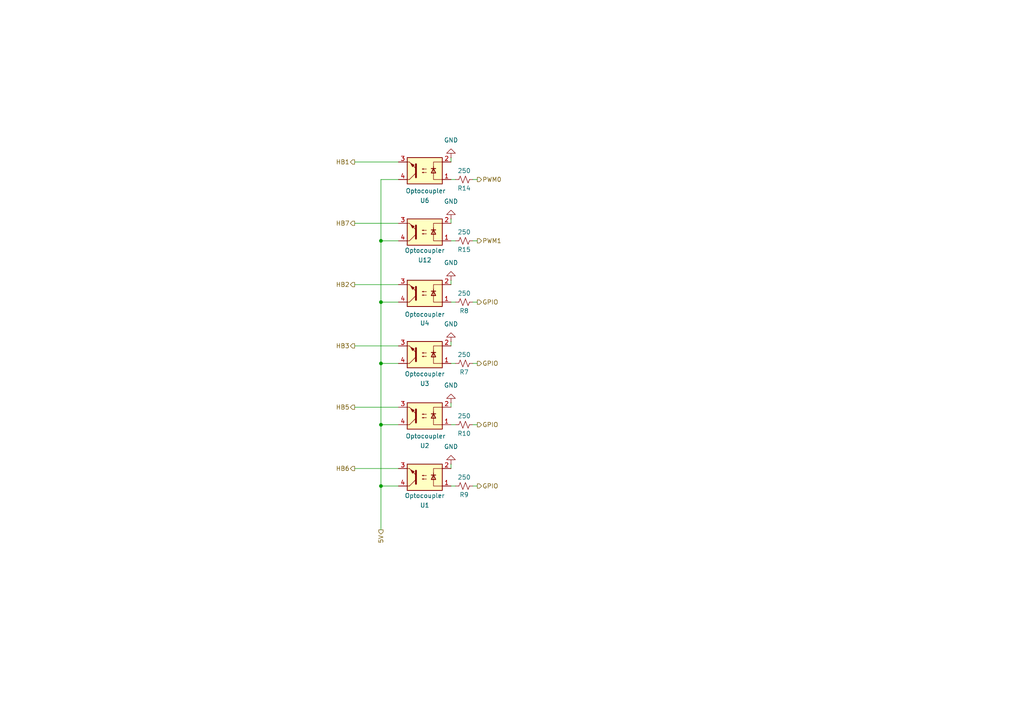
<source format=kicad_sch>
(kicad_sch
	(version 20250114)
	(generator "eeschema")
	(generator_version "9.0")
	(uuid "52e0458a-9e86-4a0a-b24a-54b0200ce383")
	(paper "A4")
	(lib_symbols
		(symbol "Device:R_Small_US"
			(pin_numbers
				(hide yes)
			)
			(pin_names
				(offset 0.254)
				(hide yes)
			)
			(exclude_from_sim no)
			(in_bom yes)
			(on_board yes)
			(property "Reference" "R"
				(at 0.762 0.508 0)
				(effects
					(font
						(size 1.27 1.27)
					)
					(justify left)
				)
			)
			(property "Value" "R_Small_US"
				(at 0.762 -1.016 0)
				(effects
					(font
						(size 1.27 1.27)
					)
					(justify left)
				)
			)
			(property "Footprint" ""
				(at 0 0 0)
				(effects
					(font
						(size 1.27 1.27)
					)
					(hide yes)
				)
			)
			(property "Datasheet" "~"
				(at 0 0 0)
				(effects
					(font
						(size 1.27 1.27)
					)
					(hide yes)
				)
			)
			(property "Description" "Resistor, small US symbol"
				(at 0 0 0)
				(effects
					(font
						(size 1.27 1.27)
					)
					(hide yes)
				)
			)
			(property "ki_keywords" "r resistor"
				(at 0 0 0)
				(effects
					(font
						(size 1.27 1.27)
					)
					(hide yes)
				)
			)
			(property "ki_fp_filters" "R_*"
				(at 0 0 0)
				(effects
					(font
						(size 1.27 1.27)
					)
					(hide yes)
				)
			)
			(symbol "R_Small_US_1_1"
				(polyline
					(pts
						(xy 0 1.524) (xy 1.016 1.143) (xy 0 0.762) (xy -1.016 0.381) (xy 0 0)
					)
					(stroke
						(width 0)
						(type default)
					)
					(fill
						(type none)
					)
				)
				(polyline
					(pts
						(xy 0 0) (xy 1.016 -0.381) (xy 0 -0.762) (xy -1.016 -1.143) (xy 0 -1.524)
					)
					(stroke
						(width 0)
						(type default)
					)
					(fill
						(type none)
					)
				)
				(pin passive line
					(at 0 2.54 270)
					(length 1.016)
					(name "~"
						(effects
							(font
								(size 1.27 1.27)
							)
						)
					)
					(number "1"
						(effects
							(font
								(size 1.27 1.27)
							)
						)
					)
				)
				(pin passive line
					(at 0 -2.54 90)
					(length 1.016)
					(name "~"
						(effects
							(font
								(size 1.27 1.27)
							)
						)
					)
					(number "2"
						(effects
							(font
								(size 1.27 1.27)
							)
						)
					)
				)
			)
			(embedded_fonts no)
		)
		(symbol "Isolator:Optocoupler_DC_PhotoNPN_AKEC"
			(exclude_from_sim no)
			(in_bom yes)
			(on_board yes)
			(property "Reference" "U"
				(at -5.08 5.08 0)
				(effects
					(font
						(size 1.27 1.27)
					)
					(justify left)
				)
			)
			(property "Value" "Optocoupler_DC_PhotoNPN_AKEC"
				(at 0 5.08 0)
				(effects
					(font
						(size 1.27 1.27)
					)
					(justify left)
				)
			)
			(property "Footprint" ""
				(at -5.08 -5.08 0)
				(effects
					(font
						(size 1.27 1.27)
						(italic yes)
					)
					(justify left)
					(hide yes)
				)
			)
			(property "Datasheet" "~"
				(at 0 0 0)
				(effects
					(font
						(size 1.27 1.27)
					)
					(justify left)
					(hide yes)
				)
			)
			(property "Description" "Generic DC optocoupler with NPN phototransistor output, pins order: anode/cathode/emitter/collector"
				(at 0 0 0)
				(effects
					(font
						(size 1.27 1.27)
					)
					(hide yes)
				)
			)
			(property "ki_keywords" "NPN DC Optocoupler"
				(at 0 0 0)
				(effects
					(font
						(size 1.27 1.27)
					)
					(hide yes)
				)
			)
			(property "ki_fp_filters" "DIP*W7.62mm*"
				(at 0 0 0)
				(effects
					(font
						(size 1.27 1.27)
					)
					(hide yes)
				)
			)
			(symbol "Optocoupler_DC_PhotoNPN_AKEC_0_1"
				(rectangle
					(start -5.08 3.81)
					(end 5.08 -3.81)
					(stroke
						(width 0.254)
						(type default)
					)
					(fill
						(type background)
					)
				)
				(polyline
					(pts
						(xy -5.08 2.54) (xy -2.54 2.54) (xy -2.54 -1.27) (xy -2.54 0.635)
					)
					(stroke
						(width 0)
						(type default)
					)
					(fill
						(type none)
					)
				)
				(polyline
					(pts
						(xy -3.175 -0.635) (xy -1.905 -0.635)
					)
					(stroke
						(width 0.254)
						(type default)
					)
					(fill
						(type none)
					)
				)
				(polyline
					(pts
						(xy -2.54 -0.635) (xy -2.54 -2.54) (xy -5.08 -2.54)
					)
					(stroke
						(width 0)
						(type default)
					)
					(fill
						(type none)
					)
				)
				(polyline
					(pts
						(xy -2.54 -0.635) (xy -3.175 0.635) (xy -1.905 0.635) (xy -2.54 -0.635)
					)
					(stroke
						(width 0.254)
						(type default)
					)
					(fill
						(type none)
					)
				)
				(polyline
					(pts
						(xy -0.508 0.508) (xy 0.762 0.508) (xy 0.381 0.381) (xy 0.381 0.635) (xy 0.762 0.508)
					)
					(stroke
						(width 0)
						(type default)
					)
					(fill
						(type none)
					)
				)
				(polyline
					(pts
						(xy -0.508 -0.508) (xy 0.762 -0.508) (xy 0.381 -0.635) (xy 0.381 -0.381) (xy 0.762 -0.508)
					)
					(stroke
						(width 0)
						(type default)
					)
					(fill
						(type none)
					)
				)
				(polyline
					(pts
						(xy 2.54 1.905) (xy 2.54 -1.905)
					)
					(stroke
						(width 0.508)
						(type default)
					)
					(fill
						(type none)
					)
				)
				(polyline
					(pts
						(xy 2.54 0.635) (xy 4.445 2.54)
					)
					(stroke
						(width 0)
						(type default)
					)
					(fill
						(type none)
					)
				)
				(polyline
					(pts
						(xy 3.048 -1.651) (xy 3.556 -1.143) (xy 4.064 -2.159) (xy 3.048 -1.651)
					)
					(stroke
						(width 0)
						(type default)
					)
					(fill
						(type outline)
					)
				)
				(polyline
					(pts
						(xy 4.445 2.54) (xy 5.08 2.54)
					)
					(stroke
						(width 0)
						(type default)
					)
					(fill
						(type none)
					)
				)
				(polyline
					(pts
						(xy 4.445 -2.54) (xy 2.54 -0.635)
					)
					(stroke
						(width 0)
						(type default)
					)
					(fill
						(type outline)
					)
				)
				(polyline
					(pts
						(xy 4.445 -2.54) (xy 5.08 -2.54)
					)
					(stroke
						(width 0)
						(type default)
					)
					(fill
						(type none)
					)
				)
			)
			(symbol "Optocoupler_DC_PhotoNPN_AKEC_1_1"
				(pin passive line
					(at -7.62 2.54 0)
					(length 2.54)
					(name "~"
						(effects
							(font
								(size 1.27 1.27)
							)
						)
					)
					(number "1"
						(effects
							(font
								(size 1.27 1.27)
							)
						)
					)
				)
				(pin passive line
					(at -7.62 -2.54 0)
					(length 2.54)
					(name "~"
						(effects
							(font
								(size 1.27 1.27)
							)
						)
					)
					(number "2"
						(effects
							(font
								(size 1.27 1.27)
							)
						)
					)
				)
				(pin passive line
					(at 7.62 2.54 180)
					(length 2.54)
					(name "~"
						(effects
							(font
								(size 1.27 1.27)
							)
						)
					)
					(number "4"
						(effects
							(font
								(size 1.27 1.27)
							)
						)
					)
				)
				(pin passive line
					(at 7.62 -2.54 180)
					(length 2.54)
					(name "~"
						(effects
							(font
								(size 1.27 1.27)
							)
						)
					)
					(number "3"
						(effects
							(font
								(size 1.27 1.27)
							)
						)
					)
				)
			)
			(embedded_fonts no)
		)
		(symbol "power:GND"
			(power)
			(pin_numbers
				(hide yes)
			)
			(pin_names
				(offset 0)
				(hide yes)
			)
			(exclude_from_sim no)
			(in_bom yes)
			(on_board yes)
			(property "Reference" "#PWR"
				(at 0 -6.35 0)
				(effects
					(font
						(size 1.27 1.27)
					)
					(hide yes)
				)
			)
			(property "Value" "GND"
				(at 0 -3.81 0)
				(effects
					(font
						(size 1.27 1.27)
					)
				)
			)
			(property "Footprint" ""
				(at 0 0 0)
				(effects
					(font
						(size 1.27 1.27)
					)
					(hide yes)
				)
			)
			(property "Datasheet" ""
				(at 0 0 0)
				(effects
					(font
						(size 1.27 1.27)
					)
					(hide yes)
				)
			)
			(property "Description" "Power symbol creates a global label with name \"GND\" , ground"
				(at 0 0 0)
				(effects
					(font
						(size 1.27 1.27)
					)
					(hide yes)
				)
			)
			(property "ki_keywords" "global power"
				(at 0 0 0)
				(effects
					(font
						(size 1.27 1.27)
					)
					(hide yes)
				)
			)
			(symbol "GND_0_1"
				(polyline
					(pts
						(xy 0 0) (xy 0 -1.27) (xy 1.27 -1.27) (xy 0 -2.54) (xy -1.27 -1.27) (xy 0 -1.27)
					)
					(stroke
						(width 0)
						(type default)
					)
					(fill
						(type none)
					)
				)
			)
			(symbol "GND_1_1"
				(pin power_in line
					(at 0 0 270)
					(length 0)
					(name "~"
						(effects
							(font
								(size 1.27 1.27)
							)
						)
					)
					(number "1"
						(effects
							(font
								(size 1.27 1.27)
							)
						)
					)
				)
			)
			(embedded_fonts no)
		)
	)
	(junction
		(at 110.49 69.85)
		(diameter 0)
		(color 0 0 0 0)
		(uuid "1cc44697-3d0b-4273-8aee-d9e085dc7b04")
	)
	(junction
		(at 110.49 123.19)
		(diameter 0)
		(color 0 0 0 0)
		(uuid "62c81123-7e07-4c3f-a83d-8848bb76b9a2")
	)
	(junction
		(at 110.49 87.63)
		(diameter 0)
		(color 0 0 0 0)
		(uuid "6d3deba6-5193-4e98-863d-6f4200b3bdd5")
	)
	(junction
		(at 110.49 140.97)
		(diameter 0)
		(color 0 0 0 0)
		(uuid "7be48bd6-2ddd-40bc-89e4-569c9d7b091b")
	)
	(junction
		(at 110.49 105.41)
		(diameter 0)
		(color 0 0 0 0)
		(uuid "92f1e0b5-92fd-4578-9d6f-28d9923b947e")
	)
	(wire
		(pts
			(xy 102.87 118.11) (xy 115.57 118.11)
		)
		(stroke
			(width 0)
			(type default)
		)
		(uuid "1ab07b06-99c0-4109-819a-4723f21dcbb6")
	)
	(wire
		(pts
			(xy 110.49 87.63) (xy 115.57 87.63)
		)
		(stroke
			(width 0)
			(type default)
		)
		(uuid "2768dcfd-cf2b-49d4-b41b-f07b72b32ddb")
	)
	(wire
		(pts
			(xy 110.49 69.85) (xy 115.57 69.85)
		)
		(stroke
			(width 0)
			(type default)
		)
		(uuid "3373f955-a772-4d4a-a393-5b56c74613c6")
	)
	(wire
		(pts
			(xy 110.49 69.85) (xy 110.49 87.63)
		)
		(stroke
			(width 0)
			(type default)
		)
		(uuid "3a777635-0566-40e9-b3d6-12b5a720e82e")
	)
	(wire
		(pts
			(xy 110.49 123.19) (xy 110.49 140.97)
		)
		(stroke
			(width 0)
			(type default)
		)
		(uuid "3f2313b2-cce9-418d-a57f-94a942cecad0")
	)
	(wire
		(pts
			(xy 102.87 100.33) (xy 115.57 100.33)
		)
		(stroke
			(width 0)
			(type default)
		)
		(uuid "4313e87f-01ee-4db2-9748-6a77920d1b3e")
	)
	(wire
		(pts
			(xy 138.43 52.07) (xy 137.16 52.07)
		)
		(stroke
			(width 0)
			(type default)
		)
		(uuid "51039744-a583-487f-b2a2-8653c8bc4302")
	)
	(wire
		(pts
			(xy 110.49 105.41) (xy 110.49 123.19)
		)
		(stroke
			(width 0)
			(type default)
		)
		(uuid "522bafad-54b2-40e5-a0c6-f53b42acd80e")
	)
	(wire
		(pts
			(xy 110.49 140.97) (xy 115.57 140.97)
		)
		(stroke
			(width 0)
			(type default)
		)
		(uuid "5399f78d-ee0d-4975-9ed3-247fcdf15fc3")
	)
	(wire
		(pts
			(xy 102.87 135.89) (xy 115.57 135.89)
		)
		(stroke
			(width 0)
			(type default)
		)
		(uuid "540d1391-c606-4f15-9776-d9074c9ce7b1")
	)
	(wire
		(pts
			(xy 132.08 123.19) (xy 130.81 123.19)
		)
		(stroke
			(width 0)
			(type default)
		)
		(uuid "5c65f4d4-779b-4546-a9e7-f2398dc78563")
	)
	(wire
		(pts
			(xy 138.43 69.85) (xy 137.16 69.85)
		)
		(stroke
			(width 0)
			(type default)
		)
		(uuid "5cc13b68-5196-4a5b-abe9-fec449b1f03f")
	)
	(wire
		(pts
			(xy 130.81 82.55) (xy 130.81 81.28)
		)
		(stroke
			(width 0)
			(type default)
		)
		(uuid "5df01958-0d83-40b0-9c2d-2db496980f3e")
	)
	(wire
		(pts
			(xy 130.81 118.11) (xy 130.81 116.84)
		)
		(stroke
			(width 0)
			(type default)
		)
		(uuid "6009ffdf-af91-4148-ab66-68adad676ab6")
	)
	(wire
		(pts
			(xy 130.81 135.89) (xy 130.81 134.62)
		)
		(stroke
			(width 0)
			(type default)
		)
		(uuid "732b8450-253e-4b1f-b172-6193a3547700")
	)
	(wire
		(pts
			(xy 132.08 69.85) (xy 130.81 69.85)
		)
		(stroke
			(width 0)
			(type default)
		)
		(uuid "7409c835-aa86-4c37-af9f-01f4727509df")
	)
	(wire
		(pts
			(xy 130.81 64.77) (xy 130.81 63.5)
		)
		(stroke
			(width 0)
			(type default)
		)
		(uuid "74dcafef-c031-44ec-8441-0ad70ea27aa2")
	)
	(wire
		(pts
			(xy 132.08 140.97) (xy 130.81 140.97)
		)
		(stroke
			(width 0)
			(type default)
		)
		(uuid "754c316c-31ff-4047-8bf9-e6a4d72d3949")
	)
	(wire
		(pts
			(xy 132.08 87.63) (xy 130.81 87.63)
		)
		(stroke
			(width 0)
			(type default)
		)
		(uuid "7d20e257-40a0-4417-95f0-b365a4e37a98")
	)
	(wire
		(pts
			(xy 102.87 46.99) (xy 115.57 46.99)
		)
		(stroke
			(width 0)
			(type default)
		)
		(uuid "7d429209-0e29-4d5f-9b8a-03fd4487dbd2")
	)
	(wire
		(pts
			(xy 110.49 105.41) (xy 115.57 105.41)
		)
		(stroke
			(width 0)
			(type default)
		)
		(uuid "80936dce-7f20-4d77-977f-d72ba01fa1ec")
	)
	(wire
		(pts
			(xy 115.57 52.07) (xy 110.49 52.07)
		)
		(stroke
			(width 0)
			(type default)
		)
		(uuid "89b5a34c-0301-46bf-b9f2-84c12b3472c7")
	)
	(wire
		(pts
			(xy 102.87 64.77) (xy 115.57 64.77)
		)
		(stroke
			(width 0)
			(type default)
		)
		(uuid "9032f5ff-f2ec-410a-ae03-59447e1078a3")
	)
	(wire
		(pts
			(xy 102.87 82.55) (xy 115.57 82.55)
		)
		(stroke
			(width 0)
			(type default)
		)
		(uuid "a622b444-6605-4c18-ad2f-04ae446e0c60")
	)
	(wire
		(pts
			(xy 130.81 46.99) (xy 130.81 45.72)
		)
		(stroke
			(width 0)
			(type default)
		)
		(uuid "aef53ee2-fb96-45cf-935e-0ca4581aab32")
	)
	(wire
		(pts
			(xy 110.49 123.19) (xy 115.57 123.19)
		)
		(stroke
			(width 0)
			(type default)
		)
		(uuid "b7844569-223e-4f69-8619-3f87b4ec2893")
	)
	(wire
		(pts
			(xy 132.08 52.07) (xy 130.81 52.07)
		)
		(stroke
			(width 0)
			(type default)
		)
		(uuid "ba5c69d7-9570-40d7-bb9d-8e10df4510ca")
	)
	(wire
		(pts
			(xy 132.08 105.41) (xy 130.81 105.41)
		)
		(stroke
			(width 0)
			(type default)
		)
		(uuid "c5b94bfa-7cc9-4b98-9560-28ea7e1e6439")
	)
	(wire
		(pts
			(xy 138.43 140.97) (xy 137.16 140.97)
		)
		(stroke
			(width 0)
			(type default)
		)
		(uuid "cb1aa031-c8a9-4057-b634-c5cafac70e62")
	)
	(wire
		(pts
			(xy 138.43 105.41) (xy 137.16 105.41)
		)
		(stroke
			(width 0)
			(type default)
		)
		(uuid "d1e0136a-b8ac-45dc-82ea-ab50acf32be1")
	)
	(wire
		(pts
			(xy 110.49 87.63) (xy 110.49 105.41)
		)
		(stroke
			(width 0)
			(type default)
		)
		(uuid "d9b87596-f028-46f6-9960-f308c172b504")
	)
	(wire
		(pts
			(xy 138.43 123.19) (xy 137.16 123.19)
		)
		(stroke
			(width 0)
			(type default)
		)
		(uuid "dd4ef2ae-da9f-4c2e-a7d6-2d1cada89e48")
	)
	(wire
		(pts
			(xy 110.49 140.97) (xy 110.49 153.67)
		)
		(stroke
			(width 0)
			(type default)
		)
		(uuid "dd84ae14-8217-4c9f-bd08-45ee6c4878be")
	)
	(wire
		(pts
			(xy 130.81 100.33) (xy 130.81 99.06)
		)
		(stroke
			(width 0)
			(type default)
		)
		(uuid "e2ad0be9-9443-42b6-a115-0922f0de694b")
	)
	(wire
		(pts
			(xy 138.43 87.63) (xy 137.16 87.63)
		)
		(stroke
			(width 0)
			(type default)
		)
		(uuid "f317e3db-074b-4d63-8a5c-95aace09bd7c")
	)
	(wire
		(pts
			(xy 110.49 52.07) (xy 110.49 69.85)
		)
		(stroke
			(width 0)
			(type default)
		)
		(uuid "f5e7f295-26cb-4330-a2bb-f2eda0e4ca58")
	)
	(hierarchical_label "PWM0"
		(shape output)
		(at 138.43 52.07 0)
		(effects
			(font
				(size 1.27 1.27)
			)
			(justify left)
		)
		(uuid "1608f4a3-3175-45ab-bd01-d4040ad43b86")
	)
	(hierarchical_label "HB1"
		(shape output)
		(at 102.87 46.99 180)
		(effects
			(font
				(size 1.27 1.27)
			)
			(justify right)
		)
		(uuid "183e05db-8700-4dca-a41a-66d8f462a9c2")
	)
	(hierarchical_label "HB7"
		(shape output)
		(at 102.87 64.77 180)
		(effects
			(font
				(size 1.27 1.27)
			)
			(justify right)
		)
		(uuid "1cda3c2a-8a42-4cf5-bf3d-6d8f7d77fdeb")
	)
	(hierarchical_label "GPIO"
		(shape output)
		(at 138.43 87.63 0)
		(effects
			(font
				(size 1.27 1.27)
			)
			(justify left)
		)
		(uuid "66c9f875-c015-4206-bee1-5e71c080c412")
	)
	(hierarchical_label "GPIO"
		(shape output)
		(at 138.43 105.41 0)
		(effects
			(font
				(size 1.27 1.27)
			)
			(justify left)
		)
		(uuid "7240e56a-1903-4ead-a2f2-009d23266cf6")
	)
	(hierarchical_label "HB2"
		(shape output)
		(at 102.87 82.55 180)
		(effects
			(font
				(size 1.27 1.27)
			)
			(justify right)
		)
		(uuid "86f03372-133d-461e-a0b7-cc403ff5e858")
	)
	(hierarchical_label "HB6"
		(shape output)
		(at 102.87 135.89 180)
		(effects
			(font
				(size 1.27 1.27)
			)
			(justify right)
		)
		(uuid "890070ee-049a-48dc-973c-32a2af05a43a")
	)
	(hierarchical_label "HB3"
		(shape output)
		(at 102.87 100.33 180)
		(effects
			(font
				(size 1.27 1.27)
			)
			(justify right)
		)
		(uuid "90b66114-a182-4681-bfc6-e0f1782f28e9")
	)
	(hierarchical_label "HB5"
		(shape output)
		(at 102.87 118.11 180)
		(effects
			(font
				(size 1.27 1.27)
			)
			(justify right)
		)
		(uuid "93f1c527-4a07-4791-a5d5-23e5b4876f50")
	)
	(hierarchical_label "GPIO"
		(shape output)
		(at 138.43 140.97 0)
		(effects
			(font
				(size 1.27 1.27)
			)
			(justify left)
		)
		(uuid "e7a54968-1bf0-4fd7-97ed-8748f26f9d3e")
	)
	(hierarchical_label "PWM1"
		(shape output)
		(at 138.43 69.85 0)
		(effects
			(font
				(size 1.27 1.27)
			)
			(justify left)
		)
		(uuid "eec77117-e15d-4c60-a0ba-90daad118156")
	)
	(hierarchical_label "GPIO"
		(shape output)
		(at 138.43 123.19 0)
		(effects
			(font
				(size 1.27 1.27)
			)
			(justify left)
		)
		(uuid "f2385799-7814-4cb9-805f-4a14d8969b60")
	)
	(hierarchical_label "5V"
		(shape output)
		(at 110.49 153.67 270)
		(effects
			(font
				(size 1.27 1.27)
			)
			(justify right)
		)
		(uuid "f5fbe597-0530-45af-94ac-fe14a69a63fb")
	)
	(symbol
		(lib_id "power:GND")
		(at 130.81 116.84 180)
		(unit 1)
		(exclude_from_sim no)
		(in_bom yes)
		(on_board yes)
		(dnp no)
		(fields_autoplaced yes)
		(uuid "0707ceb4-02b1-4540-b207-fb708899eeaf")
		(property "Reference" "#PWR045"
			(at 130.81 110.49 0)
			(effects
				(font
					(size 1.27 1.27)
				)
				(hide yes)
			)
		)
		(property "Value" "GND"
			(at 130.81 111.76 0)
			(effects
				(font
					(size 1.27 1.27)
				)
			)
		)
		(property "Footprint" ""
			(at 130.81 116.84 0)
			(effects
				(font
					(size 1.27 1.27)
				)
				(hide yes)
			)
		)
		(property "Datasheet" ""
			(at 130.81 116.84 0)
			(effects
				(font
					(size 1.27 1.27)
				)
				(hide yes)
			)
		)
		(property "Description" "Power symbol creates a global label with name \"GND\" , ground"
			(at 130.81 116.84 0)
			(effects
				(font
					(size 1.27 1.27)
				)
				(hide yes)
			)
		)
		(pin "1"
			(uuid "b40b6987-249c-4acc-b78a-e1014af3cf0a")
		)
		(instances
			(project "Basic Power Distribution"
				(path "/806c945d-80a3-4a32-a262-566a8b69f4ec/8354a627-246b-443a-8834-533f7c9d0f8f"
					(reference "#PWR045")
					(unit 1)
				)
			)
		)
	)
	(symbol
		(lib_id "power:GND")
		(at 130.81 63.5 180)
		(unit 1)
		(exclude_from_sim no)
		(in_bom yes)
		(on_board yes)
		(dnp no)
		(fields_autoplaced yes)
		(uuid "1c5bc7dc-967c-4db9-832c-057589506da9")
		(property "Reference" "#PWR055"
			(at 130.81 57.15 0)
			(effects
				(font
					(size 1.27 1.27)
				)
				(hide yes)
			)
		)
		(property "Value" "GND"
			(at 130.81 58.42 0)
			(effects
				(font
					(size 1.27 1.27)
				)
			)
		)
		(property "Footprint" ""
			(at 130.81 63.5 0)
			(effects
				(font
					(size 1.27 1.27)
				)
				(hide yes)
			)
		)
		(property "Datasheet" ""
			(at 130.81 63.5 0)
			(effects
				(font
					(size 1.27 1.27)
				)
				(hide yes)
			)
		)
		(property "Description" "Power symbol creates a global label with name \"GND\" , ground"
			(at 130.81 63.5 0)
			(effects
				(font
					(size 1.27 1.27)
				)
				(hide yes)
			)
		)
		(pin "1"
			(uuid "2d2772c5-1a1b-4fce-b78b-5db5adcd0363")
		)
		(instances
			(project "Basic Power Distribution"
				(path "/806c945d-80a3-4a32-a262-566a8b69f4ec/8354a627-246b-443a-8834-533f7c9d0f8f"
					(reference "#PWR055")
					(unit 1)
				)
			)
		)
	)
	(symbol
		(lib_id "Device:R_Small_US")
		(at 134.62 123.19 90)
		(unit 1)
		(exclude_from_sim no)
		(in_bom yes)
		(on_board yes)
		(dnp no)
		(uuid "1f01b049-90d6-4f43-8a2f-0ffd0b023511")
		(property "Reference" "R10"
			(at 134.62 125.73 90)
			(effects
				(font
					(size 1.27 1.27)
				)
			)
		)
		(property "Value" "250"
			(at 134.62 120.65 90)
			(effects
				(font
					(size 1.27 1.27)
				)
			)
		)
		(property "Footprint" ""
			(at 134.62 123.19 0)
			(effects
				(font
					(size 1.27 1.27)
				)
				(hide yes)
			)
		)
		(property "Datasheet" "~"
			(at 134.62 123.19 0)
			(effects
				(font
					(size 1.27 1.27)
				)
				(hide yes)
			)
		)
		(property "Description" "Resistor, small US symbol"
			(at 134.62 123.19 0)
			(effects
				(font
					(size 1.27 1.27)
				)
				(hide yes)
			)
		)
		(pin "2"
			(uuid "25d9bc66-77b7-4b51-98a7-fdc23360f236")
		)
		(pin "1"
			(uuid "49f48d6b-152d-4ecb-a261-e6e2d84149fe")
		)
		(instances
			(project "Basic Power Distribution"
				(path "/806c945d-80a3-4a32-a262-566a8b69f4ec/8354a627-246b-443a-8834-533f7c9d0f8f"
					(reference "R10")
					(unit 1)
				)
			)
		)
	)
	(symbol
		(lib_id "Device:R_Small_US")
		(at 134.62 87.63 90)
		(unit 1)
		(exclude_from_sim no)
		(in_bom yes)
		(on_board yes)
		(dnp no)
		(uuid "3147c751-16b2-453c-bd8a-43c287938d17")
		(property "Reference" "R8"
			(at 134.62 90.17 90)
			(effects
				(font
					(size 1.27 1.27)
				)
			)
		)
		(property "Value" "250"
			(at 134.62 85.09 90)
			(effects
				(font
					(size 1.27 1.27)
				)
			)
		)
		(property "Footprint" ""
			(at 134.62 87.63 0)
			(effects
				(font
					(size 1.27 1.27)
				)
				(hide yes)
			)
		)
		(property "Datasheet" "~"
			(at 134.62 87.63 0)
			(effects
				(font
					(size 1.27 1.27)
				)
				(hide yes)
			)
		)
		(property "Description" "Resistor, small US symbol"
			(at 134.62 87.63 0)
			(effects
				(font
					(size 1.27 1.27)
				)
				(hide yes)
			)
		)
		(pin "2"
			(uuid "3ee423d9-4332-432e-80be-a583bd5d484c")
		)
		(pin "1"
			(uuid "2076319d-df48-4507-b502-3b7835b09b97")
		)
		(instances
			(project "Basic Power Distribution"
				(path "/806c945d-80a3-4a32-a262-566a8b69f4ec/8354a627-246b-443a-8834-533f7c9d0f8f"
					(reference "R8")
					(unit 1)
				)
			)
		)
	)
	(symbol
		(lib_id "power:GND")
		(at 130.81 99.06 180)
		(unit 1)
		(exclude_from_sim no)
		(in_bom yes)
		(on_board yes)
		(dnp no)
		(fields_autoplaced yes)
		(uuid "3b6f62eb-3197-429d-a082-844de57194b6")
		(property "Reference" "#PWR042"
			(at 130.81 92.71 0)
			(effects
				(font
					(size 1.27 1.27)
				)
				(hide yes)
			)
		)
		(property "Value" "GND"
			(at 130.81 93.98 0)
			(effects
				(font
					(size 1.27 1.27)
				)
			)
		)
		(property "Footprint" ""
			(at 130.81 99.06 0)
			(effects
				(font
					(size 1.27 1.27)
				)
				(hide yes)
			)
		)
		(property "Datasheet" ""
			(at 130.81 99.06 0)
			(effects
				(font
					(size 1.27 1.27)
				)
				(hide yes)
			)
		)
		(property "Description" "Power symbol creates a global label with name \"GND\" , ground"
			(at 130.81 99.06 0)
			(effects
				(font
					(size 1.27 1.27)
				)
				(hide yes)
			)
		)
		(pin "1"
			(uuid "a6db60a7-9d28-467a-992b-8fa85bc5b896")
		)
		(instances
			(project "Basic Power Distribution"
				(path "/806c945d-80a3-4a32-a262-566a8b69f4ec/8354a627-246b-443a-8834-533f7c9d0f8f"
					(reference "#PWR042")
					(unit 1)
				)
			)
		)
	)
	(symbol
		(lib_id "Device:R_Small_US")
		(at 134.62 52.07 90)
		(unit 1)
		(exclude_from_sim no)
		(in_bom yes)
		(on_board yes)
		(dnp no)
		(uuid "4fe5dcf7-e6de-487d-b386-f40dab177533")
		(property "Reference" "R14"
			(at 134.62 54.61 90)
			(effects
				(font
					(size 1.27 1.27)
				)
			)
		)
		(property "Value" "250"
			(at 134.62 49.53 90)
			(effects
				(font
					(size 1.27 1.27)
				)
			)
		)
		(property "Footprint" ""
			(at 134.62 52.07 0)
			(effects
				(font
					(size 1.27 1.27)
				)
				(hide yes)
			)
		)
		(property "Datasheet" "~"
			(at 134.62 52.07 0)
			(effects
				(font
					(size 1.27 1.27)
				)
				(hide yes)
			)
		)
		(property "Description" "Resistor, small US symbol"
			(at 134.62 52.07 0)
			(effects
				(font
					(size 1.27 1.27)
				)
				(hide yes)
			)
		)
		(pin "2"
			(uuid "ba8db3b0-49bb-48f6-b369-c8c8b162b06b")
		)
		(pin "1"
			(uuid "e6d1e552-f60c-4c69-b083-f523a5707c0b")
		)
		(instances
			(project "Basic Power Distribution"
				(path "/806c945d-80a3-4a32-a262-566a8b69f4ec/8354a627-246b-443a-8834-533f7c9d0f8f"
					(reference "R14")
					(unit 1)
				)
			)
		)
	)
	(symbol
		(lib_id "Device:R_Small_US")
		(at 134.62 140.97 90)
		(unit 1)
		(exclude_from_sim no)
		(in_bom yes)
		(on_board yes)
		(dnp no)
		(uuid "61ad3ea3-a408-4754-a647-2ba7a486c59a")
		(property "Reference" "R9"
			(at 134.62 143.51 90)
			(effects
				(font
					(size 1.27 1.27)
				)
			)
		)
		(property "Value" "250"
			(at 134.62 138.43 90)
			(effects
				(font
					(size 1.27 1.27)
				)
			)
		)
		(property "Footprint" ""
			(at 134.62 140.97 0)
			(effects
				(font
					(size 1.27 1.27)
				)
				(hide yes)
			)
		)
		(property "Datasheet" "~"
			(at 134.62 140.97 0)
			(effects
				(font
					(size 1.27 1.27)
				)
				(hide yes)
			)
		)
		(property "Description" "Resistor, small US symbol"
			(at 134.62 140.97 0)
			(effects
				(font
					(size 1.27 1.27)
				)
				(hide yes)
			)
		)
		(pin "2"
			(uuid "4ddaaa0b-a551-43bc-bb6b-33cdec352cd1")
		)
		(pin "1"
			(uuid "9fac1ceb-cb93-410e-bb6e-b907cfe7cb8d")
		)
		(instances
			(project "Basic Power Distribution"
				(path "/806c945d-80a3-4a32-a262-566a8b69f4ec/8354a627-246b-443a-8834-533f7c9d0f8f"
					(reference "R9")
					(unit 1)
				)
			)
		)
	)
	(symbol
		(lib_id "Isolator:Optocoupler_DC_PhotoNPN_AKEC")
		(at 123.19 85.09 180)
		(unit 1)
		(exclude_from_sim no)
		(in_bom yes)
		(on_board yes)
		(dnp no)
		(uuid "63dfd699-e001-416b-a68d-2cd0e4ba5ede")
		(property "Reference" "U4"
			(at 123.19 93.726 0)
			(effects
				(font
					(size 1.27 1.27)
				)
			)
		)
		(property "Value" "Optocoupler"
			(at 123.19 91.186 0)
			(effects
				(font
					(size 1.27 1.27)
				)
			)
		)
		(property "Footprint" ""
			(at 128.27 80.01 0)
			(effects
				(font
					(size 1.27 1.27)
					(italic yes)
				)
				(justify left)
				(hide yes)
			)
		)
		(property "Datasheet" "~"
			(at 123.19 85.09 0)
			(effects
				(font
					(size 1.27 1.27)
				)
				(justify left)
				(hide yes)
			)
		)
		(property "Description" "Generic DC optocoupler with NPN phototransistor output, pins order: anode/cathode/emitter/collector"
			(at 123.19 85.09 0)
			(effects
				(font
					(size 1.27 1.27)
				)
				(hide yes)
			)
		)
		(pin "4"
			(uuid "99391e88-0285-49ca-b55a-0e23533a100d")
		)
		(pin "2"
			(uuid "cdf2cb9d-8704-4370-bb46-1c5ab6907974")
		)
		(pin "1"
			(uuid "ae2c71e1-e4f8-46f6-8446-189c6443bc81")
		)
		(pin "3"
			(uuid "56acebd1-403b-486a-8d43-76cfda1c2d26")
		)
		(instances
			(project "Basic Power Distribution"
				(path "/806c945d-80a3-4a32-a262-566a8b69f4ec/8354a627-246b-443a-8834-533f7c9d0f8f"
					(reference "U4")
					(unit 1)
				)
			)
		)
	)
	(symbol
		(lib_id "power:GND")
		(at 130.81 134.62 180)
		(unit 1)
		(exclude_from_sim no)
		(in_bom yes)
		(on_board yes)
		(dnp no)
		(fields_autoplaced yes)
		(uuid "7130d56e-ca9b-4918-9055-ffffd12677da")
		(property "Reference" "#PWR044"
			(at 130.81 128.27 0)
			(effects
				(font
					(size 1.27 1.27)
				)
				(hide yes)
			)
		)
		(property "Value" "GND"
			(at 130.81 129.54 0)
			(effects
				(font
					(size 1.27 1.27)
				)
			)
		)
		(property "Footprint" ""
			(at 130.81 134.62 0)
			(effects
				(font
					(size 1.27 1.27)
				)
				(hide yes)
			)
		)
		(property "Datasheet" ""
			(at 130.81 134.62 0)
			(effects
				(font
					(size 1.27 1.27)
				)
				(hide yes)
			)
		)
		(property "Description" "Power symbol creates a global label with name \"GND\" , ground"
			(at 130.81 134.62 0)
			(effects
				(font
					(size 1.27 1.27)
				)
				(hide yes)
			)
		)
		(pin "1"
			(uuid "a10136a8-6cc8-49de-a05c-d23860a86a2f")
		)
		(instances
			(project "Basic Power Distribution"
				(path "/806c945d-80a3-4a32-a262-566a8b69f4ec/8354a627-246b-443a-8834-533f7c9d0f8f"
					(reference "#PWR044")
					(unit 1)
				)
			)
		)
	)
	(symbol
		(lib_id "Device:R_Small_US")
		(at 134.62 105.41 90)
		(unit 1)
		(exclude_from_sim no)
		(in_bom yes)
		(on_board yes)
		(dnp no)
		(uuid "7318eb4b-989f-4b0f-9db3-3ffbb880f759")
		(property "Reference" "R7"
			(at 134.62 107.95 90)
			(effects
				(font
					(size 1.27 1.27)
				)
			)
		)
		(property "Value" "250"
			(at 134.62 102.87 90)
			(effects
				(font
					(size 1.27 1.27)
				)
			)
		)
		(property "Footprint" ""
			(at 134.62 105.41 0)
			(effects
				(font
					(size 1.27 1.27)
				)
				(hide yes)
			)
		)
		(property "Datasheet" "~"
			(at 134.62 105.41 0)
			(effects
				(font
					(size 1.27 1.27)
				)
				(hide yes)
			)
		)
		(property "Description" "Resistor, small US symbol"
			(at 134.62 105.41 0)
			(effects
				(font
					(size 1.27 1.27)
				)
				(hide yes)
			)
		)
		(pin "2"
			(uuid "5aed70dc-c501-431d-9a66-8c9414368587")
		)
		(pin "1"
			(uuid "31a3ec23-6da1-4229-b3a0-4c33cfd9e6d7")
		)
		(instances
			(project "Basic Power Distribution"
				(path "/806c945d-80a3-4a32-a262-566a8b69f4ec/8354a627-246b-443a-8834-533f7c9d0f8f"
					(reference "R7")
					(unit 1)
				)
			)
		)
	)
	(symbol
		(lib_id "Isolator:Optocoupler_DC_PhotoNPN_AKEC")
		(at 123.19 49.53 180)
		(unit 1)
		(exclude_from_sim no)
		(in_bom yes)
		(on_board yes)
		(dnp no)
		(uuid "97e72a29-56c1-4f3a-8cd4-018e76060ffc")
		(property "Reference" "U6"
			(at 123.19 58.166 0)
			(effects
				(font
					(size 1.27 1.27)
				)
			)
		)
		(property "Value" "Optocoupler"
			(at 123.444 55.372 0)
			(effects
				(font
					(size 1.27 1.27)
				)
			)
		)
		(property "Footprint" ""
			(at 128.27 44.45 0)
			(effects
				(font
					(size 1.27 1.27)
					(italic yes)
				)
				(justify left)
				(hide yes)
			)
		)
		(property "Datasheet" "~"
			(at 123.19 49.53 0)
			(effects
				(font
					(size 1.27 1.27)
				)
				(justify left)
				(hide yes)
			)
		)
		(property "Description" "Generic DC optocoupler with NPN phototransistor output, pins order: anode/cathode/emitter/collector"
			(at 123.19 49.53 0)
			(effects
				(font
					(size 1.27 1.27)
				)
				(hide yes)
			)
		)
		(pin "4"
			(uuid "f48fc5f1-5e34-43b4-b79b-945931a28603")
		)
		(pin "2"
			(uuid "6a9efba3-26e3-4c69-8f49-db7a77366daa")
		)
		(pin "1"
			(uuid "69617517-08b4-4525-9d7c-b529539a02b6")
		)
		(pin "3"
			(uuid "c81b663e-49ef-449f-b535-b623646ba678")
		)
		(instances
			(project "Basic Power Distribution"
				(path "/806c945d-80a3-4a32-a262-566a8b69f4ec/8354a627-246b-443a-8834-533f7c9d0f8f"
					(reference "U6")
					(unit 1)
				)
			)
		)
	)
	(symbol
		(lib_id "power:GND")
		(at 130.81 81.28 180)
		(unit 1)
		(exclude_from_sim no)
		(in_bom yes)
		(on_board yes)
		(dnp no)
		(fields_autoplaced yes)
		(uuid "a44591f9-e42f-4cab-83b7-375977cb68f0")
		(property "Reference" "#PWR043"
			(at 130.81 74.93 0)
			(effects
				(font
					(size 1.27 1.27)
				)
				(hide yes)
			)
		)
		(property "Value" "GND"
			(at 130.81 76.2 0)
			(effects
				(font
					(size 1.27 1.27)
				)
			)
		)
		(property "Footprint" ""
			(at 130.81 81.28 0)
			(effects
				(font
					(size 1.27 1.27)
				)
				(hide yes)
			)
		)
		(property "Datasheet" ""
			(at 130.81 81.28 0)
			(effects
				(font
					(size 1.27 1.27)
				)
				(hide yes)
			)
		)
		(property "Description" "Power symbol creates a global label with name \"GND\" , ground"
			(at 130.81 81.28 0)
			(effects
				(font
					(size 1.27 1.27)
				)
				(hide yes)
			)
		)
		(pin "1"
			(uuid "4f697229-6afd-4c6d-92c8-e6e943a4f5eb")
		)
		(instances
			(project "Basic Power Distribution"
				(path "/806c945d-80a3-4a32-a262-566a8b69f4ec/8354a627-246b-443a-8834-533f7c9d0f8f"
					(reference "#PWR043")
					(unit 1)
				)
			)
		)
	)
	(symbol
		(lib_id "Isolator:Optocoupler_DC_PhotoNPN_AKEC")
		(at 123.19 120.65 180)
		(unit 1)
		(exclude_from_sim no)
		(in_bom yes)
		(on_board yes)
		(dnp no)
		(uuid "ae6d09c0-2fbf-4690-a1f3-270f992c15b3")
		(property "Reference" "U2"
			(at 123.19 129.286 0)
			(effects
				(font
					(size 1.27 1.27)
				)
			)
		)
		(property "Value" "Optocoupler"
			(at 123.444 126.492 0)
			(effects
				(font
					(size 1.27 1.27)
				)
			)
		)
		(property "Footprint" ""
			(at 128.27 115.57 0)
			(effects
				(font
					(size 1.27 1.27)
					(italic yes)
				)
				(justify left)
				(hide yes)
			)
		)
		(property "Datasheet" "~"
			(at 123.19 120.65 0)
			(effects
				(font
					(size 1.27 1.27)
				)
				(justify left)
				(hide yes)
			)
		)
		(property "Description" "Generic DC optocoupler with NPN phototransistor output, pins order: anode/cathode/emitter/collector"
			(at 123.19 120.65 0)
			(effects
				(font
					(size 1.27 1.27)
				)
				(hide yes)
			)
		)
		(pin "4"
			(uuid "97585134-0a41-450d-8451-6ae4241b7f86")
		)
		(pin "2"
			(uuid "59264948-d208-4b93-bf40-937b870b19b3")
		)
		(pin "1"
			(uuid "85d4a75e-9510-4041-87f9-2d324548eae4")
		)
		(pin "3"
			(uuid "d65fe2ae-13b2-445b-a5ad-710e43c6eb86")
		)
		(instances
			(project "Basic Power Distribution"
				(path "/806c945d-80a3-4a32-a262-566a8b69f4ec/8354a627-246b-443a-8834-533f7c9d0f8f"
					(reference "U2")
					(unit 1)
				)
			)
		)
	)
	(symbol
		(lib_id "power:GND")
		(at 130.81 45.72 180)
		(unit 1)
		(exclude_from_sim no)
		(in_bom yes)
		(on_board yes)
		(dnp no)
		(fields_autoplaced yes)
		(uuid "b2d5c3cf-805a-4903-abb2-31d9f7aa5fb5")
		(property "Reference" "#PWR054"
			(at 130.81 39.37 0)
			(effects
				(font
					(size 1.27 1.27)
				)
				(hide yes)
			)
		)
		(property "Value" "GND"
			(at 130.81 40.64 0)
			(effects
				(font
					(size 1.27 1.27)
				)
			)
		)
		(property "Footprint" ""
			(at 130.81 45.72 0)
			(effects
				(font
					(size 1.27 1.27)
				)
				(hide yes)
			)
		)
		(property "Datasheet" ""
			(at 130.81 45.72 0)
			(effects
				(font
					(size 1.27 1.27)
				)
				(hide yes)
			)
		)
		(property "Description" "Power symbol creates a global label with name \"GND\" , ground"
			(at 130.81 45.72 0)
			(effects
				(font
					(size 1.27 1.27)
				)
				(hide yes)
			)
		)
		(pin "1"
			(uuid "90026bd5-a445-46ff-9c7b-45d392f9d6ad")
		)
		(instances
			(project "Basic Power Distribution"
				(path "/806c945d-80a3-4a32-a262-566a8b69f4ec/8354a627-246b-443a-8834-533f7c9d0f8f"
					(reference "#PWR054")
					(unit 1)
				)
			)
		)
	)
	(symbol
		(lib_id "Isolator:Optocoupler_DC_PhotoNPN_AKEC")
		(at 123.19 102.87 180)
		(unit 1)
		(exclude_from_sim no)
		(in_bom yes)
		(on_board yes)
		(dnp no)
		(uuid "b914c624-0c88-4336-b2d2-5a397575f686")
		(property "Reference" "U3"
			(at 123.19 111.252 0)
			(effects
				(font
					(size 1.27 1.27)
				)
			)
		)
		(property "Value" "Optocoupler"
			(at 123.19 108.458 0)
			(effects
				(font
					(size 1.27 1.27)
				)
			)
		)
		(property "Footprint" ""
			(at 128.27 97.79 0)
			(effects
				(font
					(size 1.27 1.27)
					(italic yes)
				)
				(justify left)
				(hide yes)
			)
		)
		(property "Datasheet" "~"
			(at 123.19 102.87 0)
			(effects
				(font
					(size 1.27 1.27)
				)
				(justify left)
				(hide yes)
			)
		)
		(property "Description" "Generic DC optocoupler with NPN phototransistor output, pins order: anode/cathode/emitter/collector"
			(at 123.19 102.87 0)
			(effects
				(font
					(size 1.27 1.27)
				)
				(hide yes)
			)
		)
		(pin "4"
			(uuid "d7913b09-892e-4f0b-a9f3-9c8a34ca2a94")
		)
		(pin "2"
			(uuid "b5ef928d-c993-4750-a387-6d7ab36ef2fb")
		)
		(pin "1"
			(uuid "82f6e5df-d6a8-453e-8ea2-07e256656a37")
		)
		(pin "3"
			(uuid "b3d4381a-1863-4b21-8b9c-b71700f4ca9a")
		)
		(instances
			(project "Basic Power Distribution"
				(path "/806c945d-80a3-4a32-a262-566a8b69f4ec/8354a627-246b-443a-8834-533f7c9d0f8f"
					(reference "U3")
					(unit 1)
				)
			)
		)
	)
	(symbol
		(lib_id "Device:R_Small_US")
		(at 134.62 69.85 90)
		(unit 1)
		(exclude_from_sim no)
		(in_bom yes)
		(on_board yes)
		(dnp no)
		(uuid "bfe64063-1f91-4f09-ac80-4f997e51014b")
		(property "Reference" "R15"
			(at 134.62 72.39 90)
			(effects
				(font
					(size 1.27 1.27)
				)
			)
		)
		(property "Value" "250"
			(at 134.62 67.31 90)
			(effects
				(font
					(size 1.27 1.27)
				)
			)
		)
		(property "Footprint" ""
			(at 134.62 69.85 0)
			(effects
				(font
					(size 1.27 1.27)
				)
				(hide yes)
			)
		)
		(property "Datasheet" "~"
			(at 134.62 69.85 0)
			(effects
				(font
					(size 1.27 1.27)
				)
				(hide yes)
			)
		)
		(property "Description" "Resistor, small US symbol"
			(at 134.62 69.85 0)
			(effects
				(font
					(size 1.27 1.27)
				)
				(hide yes)
			)
		)
		(pin "2"
			(uuid "5db051a3-c281-4e08-8d6f-5d6e7eb85a10")
		)
		(pin "1"
			(uuid "93aff7d7-25e0-4c43-a869-3222075661bd")
		)
		(instances
			(project "Basic Power Distribution"
				(path "/806c945d-80a3-4a32-a262-566a8b69f4ec/8354a627-246b-443a-8834-533f7c9d0f8f"
					(reference "R15")
					(unit 1)
				)
			)
		)
	)
	(symbol
		(lib_id "Isolator:Optocoupler_DC_PhotoNPN_AKEC")
		(at 123.19 67.31 180)
		(unit 1)
		(exclude_from_sim no)
		(in_bom yes)
		(on_board yes)
		(dnp no)
		(uuid "f7eb3a43-18f5-4299-95cd-31122c34ae43")
		(property "Reference" "U12"
			(at 123.19 75.438 0)
			(effects
				(font
					(size 1.27 1.27)
				)
			)
		)
		(property "Value" "Optocoupler"
			(at 123.19 72.644 0)
			(effects
				(font
					(size 1.27 1.27)
				)
			)
		)
		(property "Footprint" ""
			(at 128.27 62.23 0)
			(effects
				(font
					(size 1.27 1.27)
					(italic yes)
				)
				(justify left)
				(hide yes)
			)
		)
		(property "Datasheet" "~"
			(at 123.19 67.31 0)
			(effects
				(font
					(size 1.27 1.27)
				)
				(justify left)
				(hide yes)
			)
		)
		(property "Description" "Generic DC optocoupler with NPN phototransistor output, pins order: anode/cathode/emitter/collector"
			(at 123.19 67.31 0)
			(effects
				(font
					(size 1.27 1.27)
				)
				(hide yes)
			)
		)
		(pin "4"
			(uuid "25426a17-a3c6-4e49-b9e9-363a9dcd8679")
		)
		(pin "2"
			(uuid "32bacfcd-d787-49e8-83f7-d5d30cc262b1")
		)
		(pin "1"
			(uuid "6ffdb74b-4b91-4180-b6d8-950d92c07260")
		)
		(pin "3"
			(uuid "e139c902-e67d-4266-8722-d4c44ecefd44")
		)
		(instances
			(project "Basic Power Distribution"
				(path "/806c945d-80a3-4a32-a262-566a8b69f4ec/8354a627-246b-443a-8834-533f7c9d0f8f"
					(reference "U12")
					(unit 1)
				)
			)
		)
	)
	(symbol
		(lib_id "Isolator:Optocoupler_DC_PhotoNPN_AKEC")
		(at 123.19 138.43 180)
		(unit 1)
		(exclude_from_sim no)
		(in_bom yes)
		(on_board yes)
		(dnp no)
		(uuid "fb56175a-1584-45ba-97ee-db7bc9d8e068")
		(property "Reference" "U1"
			(at 123.19 146.558 0)
			(effects
				(font
					(size 1.27 1.27)
				)
			)
		)
		(property "Value" "Optocoupler"
			(at 123.19 143.764 0)
			(effects
				(font
					(size 1.27 1.27)
				)
			)
		)
		(property "Footprint" ""
			(at 128.27 133.35 0)
			(effects
				(font
					(size 1.27 1.27)
					(italic yes)
				)
				(justify left)
				(hide yes)
			)
		)
		(property "Datasheet" "~"
			(at 123.19 138.43 0)
			(effects
				(font
					(size 1.27 1.27)
				)
				(justify left)
				(hide yes)
			)
		)
		(property "Description" "Generic DC optocoupler with NPN phototransistor output, pins order: anode/cathode/emitter/collector"
			(at 123.19 138.43 0)
			(effects
				(font
					(size 1.27 1.27)
				)
				(hide yes)
			)
		)
		(pin "4"
			(uuid "6a38bf65-53b7-48d0-984e-32e68a95dd39")
		)
		(pin "2"
			(uuid "199d6710-193f-42d2-8b7d-9fea4638f286")
		)
		(pin "1"
			(uuid "ba283c44-3b6d-4e66-987b-092d4506ee51")
		)
		(pin "3"
			(uuid "f1cc08bd-5b9a-4c92-8bdf-26aacd1c2af6")
		)
		(instances
			(project "Basic Power Distribution"
				(path "/806c945d-80a3-4a32-a262-566a8b69f4ec/8354a627-246b-443a-8834-533f7c9d0f8f"
					(reference "U1")
					(unit 1)
				)
			)
		)
	)
)

</source>
